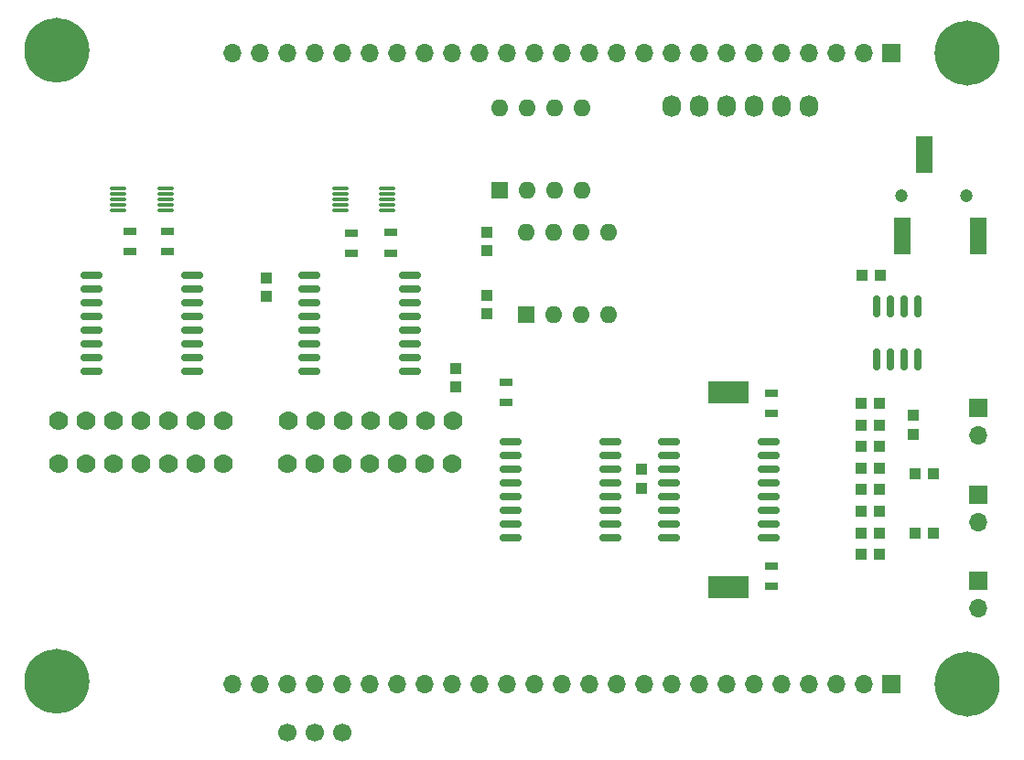
<source format=gbr>
%TF.GenerationSoftware,KiCad,Pcbnew,8.0.2*%
%TF.CreationDate,2024-11-04T15:30:26+03:00*%
%TF.ProjectId,board,626f6172-642e-46b6-9963-61645f706362,rev?*%
%TF.SameCoordinates,Original*%
%TF.FileFunction,Soldermask,Top*%
%TF.FilePolarity,Negative*%
%FSLAX46Y46*%
G04 Gerber Fmt 4.6, Leading zero omitted, Abs format (unit mm)*
G04 Created by KiCad (PCBNEW 8.0.2) date 2024-11-04 15:30:26*
%MOMM*%
%LPD*%
G01*
G04 APERTURE LIST*
G04 Aperture macros list*
%AMRoundRect*
0 Rectangle with rounded corners*
0 $1 Rounding radius*
0 $2 $3 $4 $5 $6 $7 $8 $9 X,Y pos of 4 corners*
0 Add a 4 corners polygon primitive as box body*
4,1,4,$2,$3,$4,$5,$6,$7,$8,$9,$2,$3,0*
0 Add four circle primitives for the rounded corners*
1,1,$1+$1,$2,$3*
1,1,$1+$1,$4,$5*
1,1,$1+$1,$6,$7*
1,1,$1+$1,$8,$9*
0 Add four rect primitives between the rounded corners*
20,1,$1+$1,$2,$3,$4,$5,0*
20,1,$1+$1,$4,$5,$6,$7,0*
20,1,$1+$1,$6,$7,$8,$9,0*
20,1,$1+$1,$8,$9,$2,$3,0*%
G04 Aperture macros list end*
%ADD10RoundRect,0.150000X0.150000X-0.825000X0.150000X0.825000X-0.150000X0.825000X-0.150000X-0.825000X0*%
%ADD11C,1.778000*%
%ADD12R,1.000000X1.000000*%
%ADD13RoundRect,0.150000X-0.875000X-0.150000X0.875000X-0.150000X0.875000X0.150000X-0.875000X0.150000X0*%
%ADD14R,1.300000X0.700000*%
%ADD15O,1.727200X2.032000*%
%ADD16C,1.500000*%
%ADD17C,6.000000*%
%ADD18R,1.700000X1.700000*%
%ADD19O,1.700000X1.700000*%
%ADD20R,3.800000X2.000000*%
%ADD21RoundRect,0.075000X-0.650000X-0.075000X0.650000X-0.075000X0.650000X0.075000X-0.650000X0.075000X0*%
%ADD22C,1.200000*%
%ADD23R,1.500000X3.500000*%
%ADD24C,1.700000*%
%ADD25R,1.600000X1.600000*%
%ADD26O,1.600000X1.600000*%
G04 APERTURE END LIST*
D10*
%TO.C,U13*%
X177595000Y-81975000D03*
X178865000Y-81975000D03*
X180135000Y-81975000D03*
X181405000Y-81975000D03*
X181405000Y-77025000D03*
X180135000Y-77025000D03*
X178865000Y-77025000D03*
X177595000Y-77025000D03*
%TD*%
D11*
%TO.C,U3*%
X123180000Y-87580000D03*
X125720000Y-87580000D03*
X128260000Y-87580000D03*
X130800000Y-87580000D03*
X133340000Y-87580000D03*
X135880000Y-87580000D03*
X138420000Y-87580000D03*
%TD*%
D12*
%TO.C,R12*%
X141500000Y-71850000D03*
X141500000Y-70150000D03*
%TD*%
D13*
%TO.C,U12*%
X158350000Y-89555000D03*
X158350000Y-90825000D03*
X158350000Y-92095000D03*
X158350000Y-93365000D03*
X158350000Y-94635000D03*
X158350000Y-95905000D03*
X158350000Y-97175000D03*
X158350000Y-98445000D03*
X167650000Y-98445000D03*
X167650000Y-97175000D03*
X167650000Y-95905000D03*
X167650000Y-94635000D03*
X167650000Y-93365000D03*
X167650000Y-92095000D03*
X167650000Y-90825000D03*
X167650000Y-89555000D03*
%TD*%
D12*
%TO.C,R15*%
X181150000Y-98000000D03*
X182850000Y-98000000D03*
%TD*%
D14*
%TO.C,C13*%
X132650000Y-72085000D03*
X132650000Y-70185000D03*
%TD*%
D13*
%TO.C,U10*%
X143700000Y-89555000D03*
X143700000Y-90825000D03*
X143700000Y-92095000D03*
X143700000Y-93365000D03*
X143700000Y-94635000D03*
X143700000Y-95905000D03*
X143700000Y-97175000D03*
X143700000Y-98445000D03*
X153000000Y-98445000D03*
X153000000Y-97175000D03*
X153000000Y-95905000D03*
X153000000Y-94635000D03*
X153000000Y-93365000D03*
X153000000Y-92095000D03*
X153000000Y-90825000D03*
X153000000Y-89555000D03*
%TD*%
D12*
%TO.C,R13*%
X176150000Y-96000000D03*
X177850000Y-96000000D03*
%TD*%
D15*
%TO.C,U11*%
X171350000Y-58500000D03*
X168810000Y-58500000D03*
X166270000Y-58500000D03*
X163730000Y-58500000D03*
X161190000Y-58500000D03*
X158650000Y-58500000D03*
%TD*%
D13*
%TO.C,U8*%
X105000000Y-74190000D03*
X105000000Y-75460000D03*
X105000000Y-76730000D03*
X105000000Y-78000000D03*
X105000000Y-79270000D03*
X105000000Y-80540000D03*
X105000000Y-81810000D03*
X105000000Y-83080000D03*
X114300000Y-83080000D03*
X114300000Y-81810000D03*
X114300000Y-80540000D03*
X114300000Y-79270000D03*
X114300000Y-78000000D03*
X114300000Y-76730000D03*
X114300000Y-75460000D03*
X114300000Y-74190000D03*
%TD*%
D16*
%TO.C,J4*%
X183712184Y-53577958D03*
X184382184Y-51967958D03*
X184382184Y-55187958D03*
X185962184Y-51327958D03*
D17*
X185962184Y-53577958D03*
D16*
X185962184Y-55827958D03*
X187532184Y-51967958D03*
X187532184Y-55187958D03*
X188212184Y-53577958D03*
%TD*%
D18*
%TO.C,J7*%
X187000000Y-94460000D03*
D19*
X187000000Y-97000000D03*
%TD*%
D12*
%TO.C,R16*%
X176150000Y-100000000D03*
X177850000Y-100000000D03*
%TD*%
D14*
%TO.C,C8*%
X112000000Y-71950000D03*
X112000000Y-70050000D03*
%TD*%
D20*
%TO.C,J1*%
X163850000Y-103000000D03*
%TD*%
D12*
%TO.C,R7*%
X176150000Y-92000000D03*
X177850000Y-92000000D03*
%TD*%
%TO.C,R11*%
X176150000Y-98000000D03*
X177850000Y-98000000D03*
%TD*%
D21*
%TO.C,U6*%
X127950000Y-66135000D03*
X127950000Y-66635000D03*
X127950000Y-67135000D03*
X127950000Y-67635000D03*
X127950000Y-68135000D03*
X132350000Y-68135000D03*
X132350000Y-67635000D03*
X132350000Y-67135000D03*
X132350000Y-66635000D03*
X132350000Y-66135000D03*
%TD*%
D22*
%TO.C,J5*%
X179900000Y-66750000D03*
X185900000Y-66750000D03*
D23*
X180000000Y-70500000D03*
X182000000Y-63000000D03*
X187000000Y-70500000D03*
%TD*%
D12*
%TO.C,R2*%
X138630000Y-82820000D03*
X138630000Y-84520000D03*
%TD*%
D16*
%TO.C,J3*%
X183710142Y-112000000D03*
X184380142Y-110390000D03*
X184380142Y-113610000D03*
X185960142Y-109750000D03*
D17*
X185960142Y-112000000D03*
D16*
X185960142Y-114250000D03*
X187530142Y-110390000D03*
X187530142Y-113610000D03*
X188210142Y-112000000D03*
%TD*%
D24*
%TO.C,J9*%
X123100000Y-116500000D03*
X125640000Y-116500000D03*
X128180000Y-116500000D03*
%TD*%
D18*
%TO.C,J6*%
X187000000Y-86460000D03*
D19*
X187000000Y-89000000D03*
%TD*%
D25*
%TO.C,U7*%
X145200000Y-77810000D03*
D26*
X147740000Y-77810000D03*
X150280000Y-77810000D03*
X152820000Y-77810000D03*
X152820000Y-70190000D03*
X150280000Y-70190000D03*
X147740000Y-70190000D03*
X145200000Y-70190000D03*
%TD*%
D11*
%TO.C,U1*%
X101950000Y-87635000D03*
X104490000Y-87635000D03*
X107030000Y-87635000D03*
X109570000Y-87635000D03*
X112110000Y-87635000D03*
X114650000Y-87635000D03*
X117190000Y-87635000D03*
%TD*%
D20*
%TO.C,J2*%
X163850000Y-85000000D03*
%TD*%
D12*
%TO.C,R10*%
X181150000Y-92500000D03*
X182850000Y-92500000D03*
%TD*%
D14*
%TO.C,C14*%
X143350000Y-85950000D03*
X143350000Y-84050000D03*
%TD*%
D18*
%TO.C,J8*%
X187000000Y-102460000D03*
D19*
X187000000Y-105000000D03*
%TD*%
D12*
%TO.C,R5*%
X176150000Y-90000000D03*
X177850000Y-90000000D03*
%TD*%
D13*
%TO.C,U9*%
X125150000Y-74135000D03*
X125150000Y-75405000D03*
X125150000Y-76675000D03*
X125150000Y-77945000D03*
X125150000Y-79215000D03*
X125150000Y-80485000D03*
X125150000Y-81755000D03*
X125150000Y-83025000D03*
X134450000Y-83025000D03*
X134450000Y-81755000D03*
X134450000Y-80485000D03*
X134450000Y-79215000D03*
X134450000Y-77945000D03*
X134450000Y-76675000D03*
X134450000Y-75405000D03*
X134450000Y-74135000D03*
%TD*%
D14*
%TO.C,C9*%
X129000000Y-72135000D03*
X129000000Y-70235000D03*
%TD*%
D12*
%TO.C,R9*%
X176150000Y-94000000D03*
X177850000Y-94000000D03*
%TD*%
D16*
%TO.C,J5*%
X99500142Y-111710000D03*
X100170142Y-110100000D03*
X100170142Y-113320000D03*
X101750142Y-109460000D03*
D17*
X101750142Y-111710000D03*
D16*
X101750142Y-113960000D03*
X103320142Y-110100000D03*
X103320142Y-113320000D03*
X104000142Y-111710000D03*
%TD*%
D12*
%TO.C,C23*%
X177940000Y-74180000D03*
X176240000Y-74180000D03*
%TD*%
%TO.C,R1*%
X121150000Y-74400000D03*
X121150000Y-76100000D03*
%TD*%
%TO.C,R8*%
X181000000Y-87150000D03*
X181000000Y-88850000D03*
%TD*%
D14*
%TO.C,C4*%
X108500000Y-71950000D03*
X108500000Y-70050000D03*
%TD*%
%TO.C,C21*%
X167850000Y-86950000D03*
X167850000Y-85050000D03*
%TD*%
D21*
%TO.C,U5*%
X107450000Y-66135000D03*
X107450000Y-66635000D03*
X107450000Y-67135000D03*
X107450000Y-67635000D03*
X107450000Y-68135000D03*
X111850000Y-68135000D03*
X111850000Y-67635000D03*
X111850000Y-67135000D03*
X111850000Y-66635000D03*
X111850000Y-66135000D03*
%TD*%
D25*
%TO.C,U14*%
X142700000Y-66310000D03*
D26*
X145240000Y-66310000D03*
X147780000Y-66310000D03*
X150320000Y-66310000D03*
X150320000Y-58690000D03*
X147780000Y-58690000D03*
X145240000Y-58690000D03*
X142700000Y-58690000D03*
%TD*%
D12*
%TO.C,R4*%
X176150000Y-88000000D03*
X177850000Y-88000000D03*
%TD*%
%TO.C,R14*%
X141500000Y-76000000D03*
X141500000Y-77700000D03*
%TD*%
D14*
%TO.C,C18*%
X167850000Y-101050000D03*
X167850000Y-102950000D03*
%TD*%
D12*
%TO.C,R6*%
X155880000Y-93840000D03*
X155880000Y-92140000D03*
%TD*%
%TO.C,R3*%
X176150000Y-86000000D03*
X177850000Y-86000000D03*
%TD*%
D11*
%TO.C,U4*%
X123100000Y-91580000D03*
X125640000Y-91580000D03*
X128180000Y-91580000D03*
X130720000Y-91580000D03*
X133260000Y-91580000D03*
X135800000Y-91580000D03*
X138340000Y-91580000D03*
%TD*%
D18*
%TO.C,J3*%
X178975142Y-112000000D03*
D19*
X176435142Y-112000000D03*
X173895142Y-112000000D03*
X171355142Y-112000000D03*
X168815142Y-112000000D03*
X166275142Y-112000000D03*
X163735142Y-112000000D03*
X161195142Y-112000000D03*
X158655142Y-112000000D03*
X156115142Y-112000000D03*
X153575142Y-112000000D03*
X151035142Y-112000000D03*
X148495142Y-112000000D03*
X145955142Y-112000000D03*
X143415142Y-112000000D03*
X140875142Y-112000000D03*
X138335142Y-112000000D03*
X135795142Y-112000000D03*
X133255142Y-112000000D03*
X130715142Y-112000000D03*
X128175142Y-112000000D03*
X125635142Y-112000000D03*
X123095142Y-112000000D03*
X120555142Y-112000000D03*
X118015142Y-112000000D03*
%TD*%
D11*
%TO.C,U2*%
X101950000Y-91555000D03*
X104490000Y-91555000D03*
X107030000Y-91555000D03*
X109570000Y-91555000D03*
X112110000Y-91555000D03*
X114650000Y-91555000D03*
X117190000Y-91555000D03*
%TD*%
D16*
%TO.C,J2*%
X104000142Y-53290000D03*
X103330142Y-54900000D03*
X103330142Y-51680000D03*
X101750142Y-55540000D03*
D17*
X101750142Y-53290000D03*
D16*
X101750142Y-51040000D03*
X100180142Y-54900000D03*
X100180142Y-51680000D03*
X99500142Y-53290000D03*
%TD*%
D18*
%TO.C,J4*%
X178975142Y-53580000D03*
D19*
X176435142Y-53580000D03*
X173895142Y-53580000D03*
X171355142Y-53580000D03*
X168815142Y-53580000D03*
X166275142Y-53580000D03*
X163735142Y-53580000D03*
X161195142Y-53580000D03*
X158655142Y-53580000D03*
X156115142Y-53580000D03*
X153575142Y-53580000D03*
X151035142Y-53580000D03*
X148495142Y-53580000D03*
X145955142Y-53580000D03*
X143415142Y-53580000D03*
X140875142Y-53580000D03*
X138335142Y-53580000D03*
X135795142Y-53580000D03*
X133255142Y-53580000D03*
X130715142Y-53580000D03*
X128175142Y-53580000D03*
X125635142Y-53580000D03*
X123095142Y-53580000D03*
X120555142Y-53580000D03*
X118015142Y-53580000D03*
%TD*%
M02*

</source>
